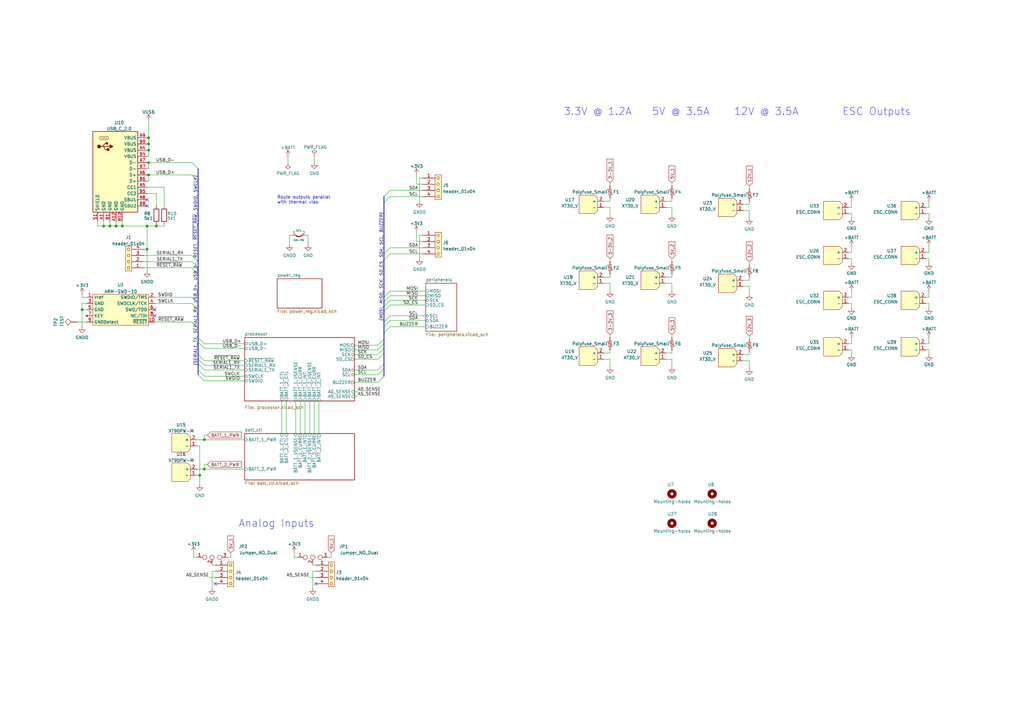
<source format=kicad_sch>
(kicad_sch (version 20230121) (generator eeschema)
  (paper "A3")
  (title_block (title "Onyx Unified Power Control Board") (date "2023-03-31") (rev "1.4") (company "Team Inspiration "))
  (lib_symbols
    (symbol "0.power-symbols:+3.3V" (power) (pin_names (offset 0))
      (property "Value" "+3.3V" (at 0 3.556 0))
      (symbol "+3.3V_1_1"
        (pin power_in line (at 0 0 90) (length 0) hide (name "+3V3") (number "1"))
      )
    )
    (symbol "0.power-symbols:+BATT" (power) (pin_names (offset 0))
      (property "Value" "+BATT" (at 0 3.556 0))
      (symbol "+BATT_1_1"
        (pin power_in line (at 0 0 90) (length 0) hide (name "+BATT") (number "1"))
      )
    )
    (symbol "0.power-symbols:GND" (power) (pin_names (offset 0))
      (property "Value" "GND" (at 0 -3.81 0))
      (symbol "GND_1_1"
        (pin power_in line (at 0 0 270) (length 0) hide (name "GND") (number "1"))
      )
    )
    (symbol "0.power-symbols:GNDD" (power) (pin_names (offset 0))
      (property "Value" "GNDD" (at 0 -3.81 0))
      (symbol "GNDD_1_1"
        (pin power_in line (at 0 0 270) (length 0) hide (name "GNDD") (number "1"))
      )
    )
    (symbol "0.power-symbols:PWR_FLAG" (power) (pin_numbers hide) (pin_names (offset 0) hide)
      (property "Value" "PWR_FLAG" (at 0 3.81 0))
      (symbol "PWR_FLAG_0_0"
        (pin power_out line (at 0 0 90) (length 0) (name "pwr") (number "1"))
      )
    )
    (symbol "0.power-symbols:VUSB" (power) (pin_names (offset 0))
      (property "Value" "VUSB" (at 0 3.556 0))
      (symbol "VUSB_1_1"
        (pin power_in line (at 0 0 90) (length 0) hide (name "VUSB") (number "1"))
      )
    )
    (symbol "0.power-symbols:net-tie" (pin_names (offset 1.016))
      (property "Reference" "NT" (at 0 0 0))
      (property "Value" "net-tie" (at 0 0 0))
      (symbol "net-tie_1_1"
        (pin passive line (at -2.54 -1.27 0) (length 1.2446) (name "~") (number "1"))
        (pin passive line (at 2.54 -1.27 180) (length 1.2446) (name "~") (number "2"))
      )
    )
    (symbol "2.passive:Jumper_NO_Dual" (pin_names (offset 0.762) hide)
      (property "Reference" "JP" (at 1.27 -2.54 0))
      (property "Value" "Jumper_NO_Dual" (at 0 2.54 0))
      (symbol "Jumper_NO_Dual_0_1"
        (pin passive line (at -6.35 0 0) (length 2.413) (name "1") (number "1"))
        (pin passive line (at 0 -2.54 90) (length 1.524) (name "2") (number "2"))
        (pin passive line (at 6.35 0 180) (length 2.413) (name "3") (number "3"))
      )
    )
    (symbol "2.passive:R" (pin_numbers hide) (pin_names (offset 0))
      (property "Reference" "R" (at 2.032 0 90))
      (property "Value" "R" (at 0 0 90))
      (symbol "R_1_1"
        (pin passive line (at 0 3.81 270) (length 1.27) (name "~") (number "1"))
        (pin passive line (at 0 -3.81 90) (length 1.27) (name "~") (number "2"))
      )
    )
    (symbol "4.power.circuitProtection:Polyfuse_Small" (pin_numbers hide) (pin_names (offset 0))
      (property "Reference" "F" (at -1.905 0 90))
      (property "Value" "Polyfuse_Small" (at 1.905 0 90))
      (symbol "Polyfuse_Small_1_1"
        (pin passive line (at 0 2.54 270) (length 0.635) (name "~") (number "1"))
        (pin passive line (at 0 -2.54 90) (length 0.635) (name "~") (number "2"))
      )
    )
    (symbol "5.connector.interconnect.usb_dvi_hdmi:ARM-SWD-10"
      (property "Reference" "U" (at -11.43 3.81 0))
      (property "Value" "ARM-SWD-10" (at -11.43 1.27 0))
      (symbol "ARM-SWD-10_1_1"
        (pin power_in line (at -13.97 -1.27 0) (length 2.54) (name "Vref") (number "1"))
        (pin open_collector line (at 13.97 -11.43 180) (length 2.54) (name "~{RESET}") (number "10"))
        (pin bidirectional line (at 13.97 -1.27 180) (length 2.54) (name "SWDIO/TMS") (number "2"))
        (pin power_in line (at -13.97 -3.81 0) (length 2.54) (name "GND") (number "3"))
        (pin output line (at 13.97 -3.81 180) (length 2.54) (name "SWDCLK/TCK") (number "4"))
        (pin passive line (at -13.97 -6.35 0) (length 2.54) (name "GND") (number "5"))
        (pin input line (at 13.97 -6.35 180) (length 2.54) (name "SWO/TDO") (number "6"))
        (pin no_connect line (at -13.97 -8.89 0) (length 2.54) (name "KEY") (number "7"))
        (pin output line (at 13.97 -8.89 180) (length 2.54) (name "NC/TDI") (number "8"))
        (pin passive line (at -13.97 -11.43 0) (length 2.54) (name "GNDDetect") (number "9"))
      )
    )
    (symbol "5.connector.interconnect.usb_dvi_hdmi:USB_C_2.0"
      (property "Reference" "U" (at 0 5.08 0))
      (property "Value" "USB_C_2.0" (at 0 2.54 0))
      (symbol "USB_C_2.0_1_1"
        (pin power_out line (at -6.35 -36.83 90) (length 3.81) (name "GND") (number "A1"))
        (pin passive line (at -1.27 -36.83 90) (length 3.81) (name "GND") (number "A12"))
        (pin passive line (at 11.43 -7.62 180) (length 3.81) (name "VBUS") (number "A4"))
        (pin passive line (at 11.43 -22.86 180) (length 3.81) (name "CC1") (number "A5"))
        (pin passive line (at 11.43 -17.78 180) (length 3.81) (name "D+") (number "A6"))
        (pin passive line (at 11.43 -12.7 180) (length 3.81) (name "D-") (number "A7"))
        (pin passive line (at 11.43 -27.94 180) (length 3.81) (name "SBU1") (number "A8"))
        (pin power_out line (at 11.43 -2.54 180) (length 3.81) (name "VBUS") (number "A9"))
        (pin passive line (at -3.81 -36.83 90) (length 3.81) (name "GND") (number "B1"))
        (pin passive line (at 1.27 -36.83 90) (length 3.81) (name "GND") (number "B12"))
        (pin passive line (at 11.43 -10.16 180) (length 3.81) (name "VBUS") (number "B4"))
        (pin passive line (at 11.43 -25.4 180) (length 3.81) (name "CC2") (number "B5"))
        (pin passive line (at 11.43 -20.32 180) (length 3.81) (name "D+") (number "B6"))
        (pin passive line (at 11.43 -15.24 180) (length 3.81) (name "D-") (number "B7"))
        (pin passive line (at 11.43 -30.48 180) (length 3.81) (name "SBU2") (number "B8"))
        (pin passive line (at 11.43 -5.08 180) (length 3.81) (name "VBUS") (number "B9"))
        (pin passive line (at -8.89 -36.83 90) (length 3.81) (name "SHIELD") (number "S1"))
      )
    )
    (symbol "5.connector.interconnect:Mounting-holes"
      (property "Reference" "U" (at 0 5.08 0))
      (property "Value" "Mounting-holes" (at 0 3.81 0))
      (symbol "Mounting-holes_1_1"
        (pin no_connect line (at 2.54 0 180) (length 2.54) hide (name "") (number "1"))
      )
    )
    (symbol "5.connector.interconnect:TEST" (pin_numbers hide) (pin_names (offset 1.016) hide)
      (property "Reference" "TP" (at 0 7.62 0))
      (property "Value" "TEST" (at 0 6.35 0))
      (symbol "TEST_1_1"
        (pin passive line (at 0 0 90) (length 2.54) (name "~") (number "1"))
      )
    )
    (symbol "5.connector.interconnect:header_01x04" (pin_names (offset 1.016))
      (property "Reference" "J" (at 0 6.35 0))
      (property "Value" "header_01x04" (at 0 -6.35 0))
      (symbol "header_01x04_1_1"
        (pin passive line (at -6.35 3.81 0) (length 5.08) (name "~") (number "1"))
        (pin passive line (at -6.35 1.27 0) (length 5.08) (name "~") (number "2"))
        (pin passive line (at -6.35 -1.27 0) (length 5.08) (name "~") (number "3"))
        (pin passive line (at -6.35 -3.81 0) (length 5.08) (name "~") (number "4"))
      )
    )
    (symbol "XT90PW-M_1"
      (property "Reference" "U" (at 0 3.81 0))
      (property "Value" "XT90PW-M_1" (at 0 1.27 0))
      (symbol "XT90PW-M_1_1_1"
        (pin passive line (at 3.81 -5.08 180) (length 2.54) (name "-") (number "1"))
        (pin passive line (at 3.81 -2.54 180) (length 2.54) (name "+") (number "2"))
      )
    )
    (symbol "XT90PW-M_2"
      (property "Reference" "U" (at 0 3.81 0))
      (property "Value" "XT90PW-M_2" (at 0 1.27 0))
      (symbol "XT90PW-M_2_1_1"
        (pin passive line (at 3.81 -5.08 180) (length 2.54) (name "-") (number "1"))
        (pin passive line (at 3.81 -2.54 180) (length 2.54) (name "+") (number "2"))
      )
    )
  )
  (junction (at 60.96 59.055))
  (junction (at 50.165 92.71))
  (junction (at 33.655 127))
  (junction (at 60.96 71.755))
  (junction (at 60.96 56.515))
  (junction (at 60.96 66.675))
  (junction (at 60.325 102.235))
  (junction (at 83.82 180.34))
  (junction (at 60.325 92.71))
  (junction (at 64.135 92.71))
  (junction (at 60.96 61.595))
  (junction (at 83.82 192.405))
  (junction (at 81.915 194.945))
  (junction (at 42.545 92.71))
  (junction (at 45.085 92.71))
  (junction (at 47.625 92.71))
  (no_connect (at 63.5 129.54))
  (no_connect (at 129.54 239.395))
  (no_connect (at 88.265 239.395))
  (no_connect (at 60.325 81.915))
  (no_connect (at 60.325 84.455))
  (no_connect (at 63.5 127))
  (bus_entry (at 160.02 80.645) (size -2.54 2.54))
  (bus_entry (at 160.02 119.38) (size -2.54 2.54))
  (bus_entry (at 160.02 123.19) (size -2.54 2.54))
  (bus_entry (at 78.74 109.855) (size 2.54 2.54))
  (bus_entry (at 154.94 153.67) (size 2.54 -2.54))
  (bus_entry (at 78.74 124.46) (size 2.54 2.54))
  (bus_entry (at 78.74 71.755) (size 2.54 2.54))
  (bus_entry (at 81.28 138.43) (size 2.54 2.54))
  (bus_entry (at 154.94 147.32) (size 2.54 -2.54))
  (bus_entry (at 78.74 121.92) (size 2.54 2.54))
  (bus_entry (at 160.02 131.445) (size -2.54 2.54))
  (bus_entry (at 78.74 104.775) (size 2.54 2.54))
  (bus_entry (at 160.02 101.6) (size -2.54 2.54))
  (bus_entry (at 154.94 143.51) (size 2.54 -2.54))
  (bus_entry (at 160.02 129.54) (size -2.54 2.54))
  (bus_entry (at 78.74 132.08) (size 2.54 2.54))
  (bus_entry (at 81.28 151.765) (size 2.54 2.54))
  (bus_entry (at 154.94 156.845) (size 2.54 -2.54))
  (bus_entry (at 81.28 153.67) (size 2.54 2.54))
  (bus_entry (at 160.02 121.285) (size -2.54 2.54))
  (bus_entry (at 160.02 78.105) (size -2.54 2.54))
  (bus_entry (at 154.94 145.415) (size 2.54 -2.54))
  (bus_entry (at 154.94 151.765) (size 2.54 -2.54))
  (bus_entry (at 81.28 147.32) (size 2.54 2.54))
  (bus_entry (at 81.28 140.335) (size 2.54 2.54))
  (bus_entry (at 160.02 125.095) (size -2.54 2.54))
  (bus_entry (at 81.28 145.415) (size 2.54 2.54))
  (bus_entry (at 78.74 107.315) (size 2.54 2.54))
  (bus_entry (at 154.94 141.605) (size 2.54 -2.54))
  (bus_entry (at 81.28 149.225) (size 2.54 2.54))
  (bus_entry (at 160.02 133.985) (size -2.54 2.54))
  (bus_entry (at 160.02 104.14) (size -2.54 2.54))
  (bus_entry (at 78.74 66.675) (size 2.54 2.54))
  (wire (pts (xy 172.085 73.025) (xy 172.085 82.55)))
  (wire (pts (xy 67.31 84.455) (xy 67.31 76.835)))
  (wire (pts (xy 128.27 231.14) (xy 128.27 231.775)))
  (wire (pts (xy 126.365 96.52) (xy 126.365 100.33)))
  (wire (pts (xy 381 126.365) (xy 381 124.46)))
  (wire (pts (xy 33.655 124.46) (xy 33.655 127)))
  (bus (pts (xy 81.28 149.225) (xy 81.28 151.765)))
  (wire (pts (xy 79.375 226.695) (xy 79.375 228.6)))
  (wire (pts (xy 60.325 71.755) (xy 60.96 71.755)))
  (wire (pts (xy 47.625 90.805) (xy 47.625 92.71)))
  (wire (pts (xy 115.57 164.465) (xy 115.57 177.8)))
  (wire (pts (xy 275.59 147.32) (xy 273.05 147.32)))
  (wire (pts (xy 347.98 143.51) (xy 349.25 143.51)))
  (wire (pts (xy 60.325 66.675) (xy 60.96 66.675)))
  (wire (pts (xy 60.96 64.135) (xy 60.96 61.595)))
  (wire (pts (xy 63.5 124.46) (xy 78.74 124.46)))
  (wire (pts (xy 60.96 59.055) (xy 60.96 61.595)))
  (wire (pts (xy 40.005 92.71) (xy 42.545 92.71)))
  (bus (pts (xy 157.48 104.14) (xy 157.48 106.68)))
  (wire (pts (xy 160.02 131.445) (xy 174.625 131.445)))
  (bus (pts (xy 81.28 109.855) (xy 81.28 112.395)))
  (wire (pts (xy 349.25 121.92) (xy 349.25 119.38)))
  (wire (pts (xy 307.34 82.55) (xy 307.34 83.82)))
  (wire (pts (xy 160.02 133.985) (xy 174.625 133.985)))
  (wire (pts (xy 45.085 92.71) (xy 47.625 92.71)))
  (wire (pts (xy 94.615 228.6) (xy 93.345 228.6)))
  (bus (pts (xy 81.28 127) (xy 81.28 134.62)))
  (wire (pts (xy 160.02 104.14) (xy 173.355 104.14)))
  (wire (pts (xy 170.815 75.565) (xy 173.355 75.565)))
  (wire (pts (xy 250.19 113.665) (xy 247.65 113.665)))
  (wire (pts (xy 60.325 64.135) (xy 60.96 64.135)))
  (wire (pts (xy 250.19 137.16) (xy 250.19 138.43)))
  (bus (pts (xy 157.48 142.875) (xy 157.48 144.78)))
  (wire (pts (xy 50.165 90.805) (xy 50.165 92.71)))
  (bus (pts (xy 157.48 136.525) (xy 157.48 139.065)))
  (bus (pts (xy 157.48 106.68) (xy 157.48 121.92)))
  (wire (pts (xy 42.545 90.805) (xy 42.545 92.71)))
  (wire (pts (xy 33.655 127) (xy 35.56 127)))
  (wire (pts (xy 349.25 107.95) (xy 349.25 106.045)))
  (wire (pts (xy 250.19 106.045) (xy 250.19 107.315)))
  (wire (pts (xy 381 107.95) (xy 381 106.045)))
  (wire (pts (xy 60.96 69.215) (xy 60.96 66.675)))
  (wire (pts (xy 170.815 99.06) (xy 173.355 99.06)))
  (wire (pts (xy 60.325 92.71) (xy 60.325 102.235)))
  (bus (pts (xy 157.48 83.185) (xy 157.48 104.14)))
  (wire (pts (xy 379.73 87.63) (xy 381 87.63)))
  (wire (pts (xy 170.815 71.755) (xy 170.815 75.565)))
  (wire (pts (xy 83.82 190.5) (xy 83.82 192.405)))
  (bus (pts (xy 157.48 151.13) (xy 157.48 154.305)))
  (wire (pts (xy 170.815 95.25) (xy 170.815 99.06)))
  (wire (pts (xy 250.19 147.32) (xy 250.19 150.495)))
  (wire (pts (xy 63.5 132.08) (xy 78.74 132.08)))
  (wire (pts (xy 250.19 116.205) (xy 250.19 119.38)))
  (wire (pts (xy 59.055 104.775) (xy 78.74 104.775)))
  (wire (pts (xy 381 121.92) (xy 381 119.38)))
  (wire (pts (xy 275.59 74.93) (xy 275.59 76.2)))
  (wire (pts (xy 250.19 112.395) (xy 250.19 113.665)))
  (wire (pts (xy 349.25 82.55) (xy 349.25 85.09)))
  (bus (pts (xy 81.28 138.43) (xy 81.28 140.335)))
  (wire (pts (xy 67.31 92.075) (xy 67.31 92.71)))
  (wire (pts (xy 83.82 154.305) (xy 100.33 154.305)))
  (wire (pts (xy 33.655 124.46) (xy 35.56 124.46)))
  (wire (pts (xy 128.27 231.775) (xy 129.54 231.775)))
  (wire (pts (xy 250.19 143.51) (xy 250.19 144.78)))
  (wire (pts (xy 379.73 121.92) (xy 381 121.92)))
  (wire (pts (xy 86.995 241.3) (xy 86.995 234.315)))
  (wire (pts (xy 304.8 145.415) (xy 307.34 145.415)))
  (wire (pts (xy 128.27 241.3) (xy 128.27 234.315)))
  (wire (pts (xy 128.27 234.315) (xy 129.54 234.315)))
  (wire (pts (xy 172.085 96.52) (xy 173.355 96.52)))
  (wire (pts (xy 160.02 125.095) (xy 174.625 125.095)))
  (wire (pts (xy 85.09 178.435) (xy 83.82 178.435)))
  (wire (pts (xy 349.25 140.97) (xy 347.98 140.97)))
  (wire (pts (xy 118.745 96.52) (xy 118.745 100.33)))
  (wire (pts (xy 307.34 107.315) (xy 307.34 108.585)))
  (wire (pts (xy 80.645 180.34) (xy 83.82 180.34)))
  (wire (pts (xy 275.59 116.205) (xy 273.05 116.205)))
  (wire (pts (xy 160.02 80.645) (xy 173.355 80.645)))
  (wire (pts (xy 381 143.51) (xy 381 145.415)))
  (wire (pts (xy 275.59 85.09) (xy 275.59 88.265)))
  (wire (pts (xy 121.285 164.465) (xy 121.285 177.8)))
  (wire (pts (xy 60.96 74.295) (xy 60.96 71.755)))
  (wire (pts (xy 86.995 234.315) (xy 88.265 234.315)))
  (wire (pts (xy 130.81 164.465) (xy 130.81 177.8)))
  (wire (pts (xy 381 89.535) (xy 381 87.63)))
  (bus (pts (xy 81.28 140.335) (xy 81.28 145.415)))
  (wire (pts (xy 60.325 56.515) (xy 60.96 56.515)))
  (wire (pts (xy 60.325 74.295) (xy 60.96 74.295)))
  (bus (pts (xy 81.28 112.395) (xy 81.28 124.46)))
  (wire (pts (xy 85.725 236.855) (xy 88.265 236.855)))
  (wire (pts (xy 60.96 61.595) (xy 60.325 61.595)))
  (wire (pts (xy 33.655 121.92) (xy 35.56 121.92)))
  (wire (pts (xy 307.34 144.145) (xy 307.34 145.415)))
  (wire (pts (xy 80.645 182.88) (xy 81.915 182.88)))
  (wire (pts (xy 349.25 126.365) (xy 349.25 124.46)))
  (wire (pts (xy 250.19 85.09) (xy 250.19 88.265)))
  (wire (pts (xy 347.98 121.92) (xy 349.25 121.92)))
  (wire (pts (xy 81.915 182.88) (xy 81.915 194.945)))
  (wire (pts (xy 307.34 117.475) (xy 307.34 120.65)))
  (wire (pts (xy 250.19 147.32) (xy 247.65 147.32)))
  (wire (pts (xy 83.82 147.955) (xy 100.33 147.955)))
  (wire (pts (xy 275.59 143.51) (xy 275.59 144.78)))
  (wire (pts (xy 379.73 106.045) (xy 381 106.045)))
  (wire (pts (xy 125.095 164.465) (xy 125.095 177.8)))
  (bus (pts (xy 81.28 151.765) (xy 81.28 153.67)))
  (wire (pts (xy 347.98 106.045) (xy 349.25 106.045)))
  (wire (pts (xy 250.19 82.55) (xy 247.65 82.55)))
  (wire (pts (xy 381 82.55) (xy 381 85.09)))
  (wire (pts (xy 63.5 121.92) (xy 78.74 121.92)))
  (wire (pts (xy 307.34 86.36) (xy 304.8 86.36)))
  (wire (pts (xy 64.135 79.375) (xy 60.325 79.375)))
  (wire (pts (xy 250.19 81.28) (xy 250.19 82.55)))
  (bus (pts (xy 157.48 133.985) (xy 157.48 132.08)))
  (wire (pts (xy 60.96 71.755) (xy 78.74 71.755)))
  (wire (pts (xy 250.19 74.93) (xy 250.19 76.2)))
  (wire (pts (xy 127 236.855) (xy 129.54 236.855)))
  (wire (pts (xy 83.82 180.34) (xy 100.33 180.34)))
  (wire (pts (xy 275.59 144.78) (xy 273.05 144.78)))
  (wire (pts (xy 135.89 228.6) (xy 134.62 228.6)))
  (bus (pts (xy 81.28 145.415) (xy 81.28 147.32)))
  (wire (pts (xy 83.82 151.765) (xy 100.33 151.765)))
  (bus (pts (xy 81.28 74.295) (xy 81.28 107.315)))
  (wire (pts (xy 250.19 85.09) (xy 247.65 85.09)))
  (wire (pts (xy 145.415 156.845) (xy 154.94 156.845)))
  (wire (pts (xy 307.34 137.795) (xy 307.34 139.065)))
  (wire (pts (xy 60.325 59.055) (xy 60.96 59.055)))
  (wire (pts (xy 60.96 56.515) (xy 60.96 59.055)))
  (bus (pts (xy 157.48 140.97) (xy 157.48 142.875)))
  (wire (pts (xy 81.915 194.945) (xy 81.915 198.755)))
  (wire (pts (xy 60.325 69.215) (xy 60.96 69.215)))
  (wire (pts (xy 123.19 164.465) (xy 123.19 177.8)))
  (wire (pts (xy 349.25 138.43) (xy 349.25 140.97)))
  (wire (pts (xy 125.095 96.52) (xy 126.365 96.52)))
  (wire (pts (xy 307.34 86.36) (xy 307.34 89.535)))
  (bus (pts (xy 81.28 107.315) (xy 81.28 109.855)))
  (wire (pts (xy 59.055 107.315) (xy 78.74 107.315)))
  (wire (pts (xy 33.655 120.65) (xy 33.655 121.92)))
  (wire (pts (xy 275.59 85.09) (xy 273.05 85.09)))
  (wire (pts (xy 83.82 156.21) (xy 100.33 156.21)))
  (wire (pts (xy 145.415 147.32) (xy 154.94 147.32)))
  (wire (pts (xy 307.34 113.665) (xy 307.34 114.935)))
  (wire (pts (xy 120.015 96.52) (xy 118.745 96.52)))
  (wire (pts (xy 160.02 129.54) (xy 174.625 129.54)))
  (wire (pts (xy 40.005 90.805) (xy 40.005 92.71)))
  (wire (pts (xy 59.055 102.235) (xy 60.325 102.235)))
  (wire (pts (xy 118.11 64.135) (xy 118.11 66.675)))
  (wire (pts (xy 79.375 228.6) (xy 80.645 228.6)))
  (bus (pts (xy 157.48 139.065) (xy 157.48 140.97)))
  (wire (pts (xy 83.82 192.405) (xy 100.33 192.405)))
  (wire (pts (xy 64.135 84.455) (xy 64.135 79.375)))
  (wire (pts (xy 381 138.43) (xy 381 140.97)))
  (wire (pts (xy 47.625 92.71) (xy 50.165 92.71)))
  (wire (pts (xy 307.34 76.2) (xy 307.34 77.47)))
  (wire (pts (xy 145.415 143.51) (xy 154.94 143.51)))
  (wire (pts (xy 379.73 124.46) (xy 381 124.46)))
  (wire (pts (xy 83.82 178.435) (xy 83.82 180.34)))
  (wire (pts (xy 86.995 231.775) (xy 88.265 231.775)))
  (wire (pts (xy 83.82 149.86) (xy 100.33 149.86)))
  (wire (pts (xy 60.325 102.235) (xy 60.325 111.125)))
  (wire (pts (xy 349.25 103.505) (xy 347.98 103.505)))
  (wire (pts (xy 83.82 142.875) (xy 100.33 142.875)))
  (wire (pts (xy 349.25 143.51) (xy 349.25 145.415)))
  (wire (pts (xy 45.085 90.805) (xy 45.085 92.71)))
  (wire (pts (xy 275.59 116.205) (xy 275.59 119.38)))
  (wire (pts (xy 307.34 114.935) (xy 304.8 114.935)))
  (wire (pts (xy 94.615 226.695) (xy 94.615 228.6)))
  (wire (pts (xy 381 103.505) (xy 379.73 103.505)))
  (wire (pts (xy 160.02 119.38) (xy 174.625 119.38)))
  (wire (pts (xy 128.905 64.135) (xy 128.905 66.675)))
  (wire (pts (xy 145.415 145.415) (xy 154.94 145.415)))
  (bus (pts (xy 81.28 124.46) (xy 81.28 127)))
  (wire (pts (xy 275.59 147.32) (xy 275.59 150.495)))
  (wire (pts (xy 275.59 113.665) (xy 273.05 113.665)))
  (wire (pts (xy 349.25 100.965) (xy 349.25 103.505)))
  (wire (pts (xy 120.65 226.695) (xy 120.65 228.6)))
  (wire (pts (xy 31.75 132.08) (xy 35.56 132.08)))
  (bus (pts (xy 157.48 127.635) (xy 157.48 125.73)))
  (wire (pts (xy 381 85.09) (xy 379.73 85.09)))
  (wire (pts (xy 117.475 164.465) (xy 117.475 177.8)))
  (bus (pts (xy 157.48 80.645) (xy 157.48 83.185)))
  (wire (pts (xy 145.415 160.655) (xy 146.685 160.655)))
  (wire (pts (xy 145.415 162.56) (xy 146.685 162.56)))
  (wire (pts (xy 275.59 82.55) (xy 273.05 82.55)))
  (wire (pts (xy 381 100.965) (xy 381 103.505)))
  (wire (pts (xy 172.085 73.025) (xy 173.355 73.025)))
  (wire (pts (xy 60.325 92.71) (xy 64.135 92.71)))
  (wire (pts (xy 379.73 143.51) (xy 381 143.51)))
  (wire (pts (xy 145.415 153.67) (xy 154.94 153.67)))
  (wire (pts (xy 160.02 123.19) (xy 174.625 123.19)))
  (wire (pts (xy 120.65 228.6) (xy 121.92 228.6)))
  (wire (pts (xy 42.545 92.71) (xy 45.085 92.71)))
  (wire (pts (xy 172.085 96.52) (xy 172.085 106.045)))
  (wire (pts (xy 347.98 87.63) (xy 349.25 87.63)))
  (wire (pts (xy 160.02 78.105) (xy 173.355 78.105)))
  (wire (pts (xy 80.645 192.405) (xy 83.82 192.405)))
  (wire (pts (xy 135.89 226.695) (xy 135.89 228.6)))
  (bus (pts (xy 157.48 125.73) (xy 157.48 123.825)))
  (wire (pts (xy 307.34 147.955) (xy 307.34 151.13)))
  (bus (pts (xy 157.48 144.78) (xy 157.48 149.225)))
  (wire (pts (xy 145.415 141.605) (xy 154.94 141.605)))
  (wire (pts (xy 307.34 147.955) (xy 304.8 147.955)))
  (wire (pts (xy 250.19 116.205) (xy 247.65 116.205)))
  (bus (pts (xy 157.48 149.225) (xy 157.48 151.13)))
  (bus (pts (xy 81.28 147.32) (xy 81.28 149.225)))
  (wire (pts (xy 250.19 144.78) (xy 247.65 144.78)))
  (bus (pts (xy 157.48 133.985) (xy 157.48 136.525)))
  (wire (pts (xy 80.645 194.945) (xy 81.915 194.945)))
  (wire (pts (xy 59.055 109.855) (xy 78.74 109.855)))
  (bus (pts (xy 81.28 134.62) (xy 81.28 138.43)))
  (wire (pts (xy 349.25 89.535) (xy 349.25 87.63)))
  (wire (pts (xy 67.31 76.835) (xy 60.325 76.835)))
  (wire (pts (xy 160.02 121.285) (xy 174.625 121.285)))
  (wire (pts (xy 67.31 92.71) (xy 64.135 92.71)))
  (wire (pts (xy 50.165 92.71) (xy 60.325 92.71)))
  (bus (pts (xy 157.48 127.635) (xy 157.48 132.08)))
  (wire (pts (xy 127 164.465) (xy 127 177.8)))
  (bus (pts (xy 157.48 123.825) (xy 157.48 121.92)))
  (wire (pts (xy 275.59 106.045) (xy 275.59 107.315)))
  (wire (pts (xy 381 140.97) (xy 379.73 140.97)))
  (wire (pts (xy 85.09 190.5) (xy 83.82 190.5)))
  (bus (pts (xy 81.28 69.215) (xy 81.28 74.295)))
  (wire (pts (xy 60.96 66.675) (xy 78.74 66.675)))
  (wire (pts (xy 349.25 85.09) (xy 347.98 85.09)))
  (wire (pts (xy 64.135 92.075) (xy 64.135 92.71)))
  (wire (pts (xy 307.34 117.475) (xy 304.8 117.475)))
  (wire (pts (xy 160.02 101.6) (xy 173.355 101.6)))
  (wire (pts (xy 60.96 49.53) (xy 60.96 56.515)))
  (wire (pts (xy 275.59 137.16) (xy 275.59 138.43)))
  (wire (pts (xy 83.82 140.97) (xy 100.33 140.97)))
  (wire (pts (xy 86.995 231.14) (xy 86.995 231.775)))
  (wire (pts (xy 307.34 83.82) (xy 304.8 83.82)))
  (wire (pts (xy 275.59 81.28) (xy 275.59 82.55)))
  (wire (pts (xy 145.415 151.765) (xy 154.94 151.765)))
  (wire (pts (xy 33.655 127) (xy 33.655 133.985)))
  (wire (pts (xy 128.905 164.465) (xy 128.905 177.8)))
  (wire (pts (xy 347.98 124.46) (xy 349.25 124.46)))
  (wire (pts (xy 275.59 112.395) (xy 275.59 113.665)))
  (text "12V @ 3.5A" (at 300.99 47.625 0) (effects (font (size 3 3)) (justify left bottom)))
  (text "Analog Inputs" (at 97.79 216.535 0) (effects (font (size 3 3)) (justify left bottom)))
  (text "Route outputs parallel\nwith thermal vias" (at 113.665 83.82 0) (effects (font (size 1.27 1.27)) (justify left bottom)))
  (text "3.3V @ 1.2A" (at 231.14 47.625 0) (effects (font (size 3 3)) (justify left bottom)))
  (text "5V @ 3.5A" (at 267.335 47.625 0) (effects (font (size 3 3)) (justify left bottom)))
  (text "ESC Outputs\n" (at 345.44 47.625 0) (effects (font (size 3 3)) (justify left bottom)))
  (label "SDA" (at 171.45 131.445 180))
  (label "SWCLK" (at 64.77 124.46 0))
  (label "USB_D+" (at 71.755 71.755 180))
  (label "SCL" (at 171.45 80.645 180))
  (label "SCK" (at 146.685 145.415 0))
  (label "A0_SENSE" (at 146.685 160.655 0))
  (label "SDA" (at 146.685 151.765 0))
  (label "MISO" (at 171.45 121.285 180))
  (label "SCL" (at 171.45 129.54 180))
  (label "SCL" (at 146.685 153.67 0))
  (label "BUZZER" (at 146.685 156.845 0))
  (label "A5_SENSE" (at 146.685 162.56 0))
  (label "SD_CS" (at 171.45 125.095 180))
  (label "~{RESET_RAW}" (at 98.425 147.955 180))
  (label "A5_SENSE" (at 127 236.855 180))
  (label "BUZZER" (at 171.45 133.985 180))
  (label "USB_D+" (at 99.06 140.97 180))
  (label "{MOSI, MISO, SCK, SD_CS, SDA, SCL, BUZZER}" (at 157.48 86.995 270) (effects (font italic)))
  (label "SWCLK" (at 98.425 154.305 180))
  (label "MISO" (at 146.685 143.51 0))
  (label "MOSI" (at 171.45 119.38 180))
  (label "SWDIO" (at 98.425 156.21 180))
  (label "SDA" (at 171.45 78.105 180))
  (label "SCK" (at 171.45 123.19 180))
  (label "{SERIAL1_TX, SERIAL1_RX, USB_D+, USB_D-, RESET, ~{RESET_RAW}, SWDIO, SWCLK}" (at 81.28 71.755 270) (effects (font italic)))
  (label "SERIAL1_TX" (at 64.135 107.315 0))
  (label "~{RESET_RAW}" (at 64.135 109.855 0))
  (label "SERIAL1_TX" (at 98.425 151.765 180))
  (label "USB_D-" (at 99.06 142.875 180))
  (label "SERIAL1_RX" (at 64.135 104.775 0))
  (label "SDA" (at 171.45 101.6 180))
  (label "SCL" (at 171.45 104.14 180))
  (label "MOSI" (at 146.685 141.605 0))
  (label "A0_SENSE" (at 85.725 236.855 180))
  (label "SWDIO" (at 64.77 121.92 0))
  (label "SERIAL1_RX" (at 98.425 149.86 180))
  (label "SD_CS" (at 146.685 147.32 0))
  (label "USB_D-" (at 71.755 66.675 180))
  (label "~{RESET_RAW}" (at 64.77 132.08 0))
  (global_label "12V_1" (shape input) (at 307.34 76.2 90) (property "Intersheetrefs" "${INTERSHEET_REFS}" (effects hide)))
  (global_label "3-3V_3" (shape input) (at 250.19 137.16 90) (property "Intersheetrefs" "${INTERSHEET_REFS}" (effects hide)))
  (global_label "BATT_2_PWR" (shape input) (at 85.09 190.5 0) (property "Intersheetrefs" "${INTERSHEET_REFS}" (effects hide)))
  (global_label "3-3V_2" (shape input) (at 250.19 106.045 90) (property "Intersheetrefs" "${INTERSHEET_REFS}" (effects hide)))
  (global_label "5V_1" (shape input) (at 275.59 74.93 90) (property "Intersheetrefs" "${INTERSHEET_REFS}" (effects hide)))
  (global_label "5V_2" (shape input) (at 275.59 106.045 90) (property "Intersheetrefs" "${INTERSHEET_REFS}" (effects hide)))
  (global_label "12V_2" (shape input) (at 307.34 107.315 90) (property "Intersheetrefs" "${INTERSHEET_REFS}" (effects hide)))
  (global_label "12V_3" (shape input) (at 307.34 137.795 90) (property "Intersheetrefs" "${INTERSHEET_REFS}" (effects hide)))
  (global_label "5V_1" (shape input) (at 135.89 226.695 90) (property "Intersheetrefs" "${INTERSHEET_REFS}" (effects hide)))
  (global_label "3-3V_1" (shape input) (at 250.19 74.93 90) (property "Intersheetrefs" "${INTERSHEET_REFS}" (effects hide)))
  (global_label "5V_1" (shape input) (at 94.615 226.695 90) (property "Intersheetrefs" "${INTERSHEET_REFS}" (effects hide)))
  (global_label "5V_3" (shape input) (at 275.59 137.16 90) (property "Intersheetrefs" "${INTERSHEET_REFS}" (effects hide)))
  (global_label "BATT_1_PWR" (shape input) (at 85.09 178.435 0) (property "Intersheetrefs" "${INTERSHEET_REFS}" (effects hide)))
  (symbol (lib_id "0.power-symbols:+BATT") (at 118.11 64.135 0) (unit 1)
    (property "Reference" "#PWR022" (effects hide))
    (property "Value" "+BATT" (at 118.11 60.5592 0))
  )
  (symbol (lib_id "5.connector.interconnect:header_01x04") (at 179.705 100.33 0) (unit 1)
    (property "Reference" "J6" (at 181.61 99.4953 0) (effects (justify left)))
    (property "Value" "header_01x04" (at 181.61 102.0322 0) (effects (justify left)))
    (property "Footprint" "5_Connectors_misc:Stemma_QT_2" (effects hide))
    (property "PN" "5,4" (effects hide))
  )
  (symbol (lib_id "4.power.circuitProtection:Polyfuse_Small") (at 275.59 78.74 180) (unit 1)
    (property "Reference" "F4" (at 278.13 78.74 0))
    (property "Value" "Polyfuse_Small" (at 267.335 78.74 0))
    (property "Footprint" "2_Passives_Resistors_SMD_IPC:R_2012_805_A" (effects hide))
    (property "Datasheet" "https://www.digikey.com/en/products/detail/littelfuse-inc/0805L400SLWR/12807026" (effects hide))
    (property "PN" "5,10" (effects hide))
  )
  (symbol (lib_id "5.connector.interconnect:Mounting-holes") (at 292.1 214.63 0) (unit 1)
    (property "Reference" "U28" (at 290.195 210.82 0) (effects (justify left)))
    (property "Value" "Mounting-holes" (at 284.48 217.805 0) (effects (justify left)))
    (property "Footprint" "0_misc:plated_hole_3.0x3.6mm" (effects hide))
  )
  (symbol (lib_id "0.power-symbols:+BATT") (at 381 82.55 0) (unit 1)
    (property "Reference" "#PWR073" (effects hide))
    (property "Value" "+BATT" (at 381 79.0481 0))
  )
  (symbol (lib_id "0.power-symbols:GNDD") (at 33.655 133.985 0) (mirror y) (unit 1)
    (property "Reference" "#PWR02" (effects hide))
    (property "Value" "GNDD" (at 33.655 138.4284 0))
  )
  (symbol (lib_id "4.power.circuitProtection:Polyfuse_Small") (at 250.19 109.855 180) (unit 1)
    (property "Reference" "F2" (at 252.73 109.855 0))
    (property "Value" "Polyfuse_Small" (at 241.935 109.855 0))
    (property "Footprint" "2_Passives_Resistors_SMD_IPC:R_2012_805_A" (effects hide))
    (property "Datasheet" "https://www.digikey.com/en/products/detail/littelfuse-inc/0805L400SLWR/12807026" (effects hide))
    (property "PN" "5,10" (effects hide))
  )
  (symbol (lib_id "0.power-symbols:GNDD") (at 118.745 100.33 0) (unit 1)
    (property "Reference" "#PWR07" (effects hide))
    (property "Value" "GNDD" (at 118.745 104.7734 0))
  )
  (symbol (lib_id "4.power.circuitProtection:Polyfuse_Small") (at 250.19 78.74 180) (unit 1)
    (property "Reference" "F1" (at 252.73 78.74 0))
    (property "Value" "Polyfuse_Small" (at 241.935 78.74 0))
    (property "Footprint" "2_Passives_Resistors_SMD_IPC:R_2012_805_A" (effects hide))
    (property "Datasheet" "https://www.digikey.com/en/products/detail/littelfuse-inc/0805L400SLWR/12807026" (effects hide))
    (property "PN" "5,10" (effects hide))
  )
  (symbol (lib_id "5.connector.interconnect:header_01x04") (at 179.705 76.835 0) (unit 1)
    (property "Reference" "J5" (at 181.61 76.0003 0) (effects (justify left)))
    (property "Value" "header_01x04" (at 181.61 78.5372 0) (effects (justify left)))
    (property "Footprint" "5_Connectors_misc:Stemma_QT_2" (effects hide))
    (property "PN" "5,4" (effects hide))
  )
  (symbol (lib_name "XT90PW-M_1") (lib_id "5.connector.interconnect:XT90PW-M") (at 243.84 142.24 0) (unit 1)
    (property "Reference" "U19" (at 233.68 144.145 0))
    (property "Value" "XT30_V" (at 233.68 146.6819 0))
    (property "Footprint" "5_Connectors_AMASS:AMASS_XT30U-F_1x02_P5.0mm_Vertical" (effects hide))
    (property "PN" "N/A" (effects hide))
  )
  (symbol (lib_id "0.power-symbols:+BATT") (at 349.25 119.38 0) (unit 1)
    (property "Reference" "#PWR044" (effects hide))
    (property "Value" "+BATT" (at 349.25 115.8781 0))
  )
  (symbol (lib_id "5.connector.interconnect.usb_dvi_hdmi:USB_C_2.0") (at 48.895 53.975 0) (unit 1)
    (property "Reference" "U10" (at 48.895 50.2752 0))
    (property "Value" "USB_C_2.0" (at 48.895 52.8121 0))
    (property "Footprint" "5_Connectors_misc:USB_C_XKB_U262-16XN-4BVC11" (effects hide))
    (property "Datasheet" "https://www.cuidevices.com/product/resource/uj31-ch-3-smt-tr.pdf" (effects hide))
    (property "PN" "5,9" (effects hide))
  )
  (symbol (lib_id "4.power.circuitProtection:Polyfuse_Small") (at 307.34 111.125 180) (unit 1)
    (property "Reference" "F8" (at 309.88 111.125 0))
    (property "Value" "Polyfuse_Small" (at 299.085 111.125 0))
    (property "Footprint" "2_Passives_Resistors_SMD_IPC:R_2012_805_A" (effects hide))
    (property "Datasheet" "https://www.digikey.com/en/products/detail/littelfuse-inc/0805L400SLWR/12807026" (effects hide))
    (property "PN" "5,10" (effects hide))
  )
  (symbol (lib_id "0.power-symbols:GND") (at 349.25 89.535 0) (unit 1)
    (property "Reference" "#PWR070" (effects hide))
    (property "Value" "GND" (at 349.25 93.6705 0))
  )
  (symbol (lib_name "XT90PW-M_1") (lib_id "5.connector.interconnect:XT90PW-M") (at 243.84 111.125 0) (unit 1)
    (property "Reference" "U18" (at 233.045 113.6681 0))
    (property "Value" "XT30_V" (at 233.045 116.205 0))
    (property "Footprint" "5_Connectors_AMASS:AMASS_XT30U-F_1x02_P5.0mm_Vertical" (effects hide))
    (property "PN" "N/A" (effects hide))
  )
  (symbol (lib_name "XT90PW-M_1") (lib_id "5.connector.interconnect:XT90PW-M") (at 269.24 111.125 0) (unit 1)
    (property "Reference" "U21" (at 258.445 113.6681 0))
    (property "Value" "XT30_V" (at 258.445 116.205 0))
    (property "Footprint" "5_Connectors_AMASS:AMASS_XT30U-F_1x02_P5.0mm_Vertical" (effects hide))
    (property "PN" "N/A" (effects hide))
  )
  (symbol (lib_id "4.power.circuitProtection:Polyfuse_Small") (at 275.59 109.855 180) (unit 1)
    (property "Reference" "F5" (at 278.13 109.855 0))
    (property "Value" "Polyfuse_Small" (at 267.335 109.855 0))
    (property "Footprint" "2_Passives_Resistors_SMD_IPC:R_2012_805_A" (effects hide))
    (property "Datasheet" "https://www.digikey.com/en/products/detail/littelfuse-inc/0805L400SLWR/12807026" (effects hide))
    (property "PN" "5,10" (effects hide))
  )
  (symbol (lib_id "0.power-symbols:GND") (at 381 107.95 0) (unit 1)
    (property "Reference" "#PWR076" (effects hide))
    (property "Value" "GND" (at 381 112.0855 0))
  )
  (symbol (lib_id "0.power-symbols:GND") (at 275.59 150.495 0) (unit 1)
    (property "Reference" "#PWR0119" (effects hide))
    (property "Value" "GND" (at 275.59 154.9384 0))
  )
  (symbol (lib_name "XT90PW-M_2") (lib_id "5.connector.interconnect:XT90PW-M") (at 76.835 177.8 0) (unit 1)
    (property "Reference" "U15" (at 74.295 174.2272 0))
    (property "Value" "XT90PW-M" (at 74.295 176.7641 0))
    (property "Footprint" "5_Connectors_AMASS:AMASS_XT90PW-M_Horizontal" (effects hide))
    (property "PN" "5,2" (effects hide))
  )
  (symbol (lib_id "0.power-symbols:GND") (at 128.905 66.675 0) (unit 1)
    (property "Reference" "#PWR0163" (effects hide))
    (property "Value" "GND" (at 128.905 71.1184 0))
  )
  (symbol (lib_id "0.power-symbols:+BATT") (at 349.25 138.43 0) (unit 1)
    (property "Reference" "#PWR071" (effects hide))
    (property "Value" "+BATT" (at 349.25 134.9281 0))
  )
  (symbol (lib_id "4.power.circuitProtection:Polyfuse_Small") (at 307.34 80.01 180) (unit 1)
    (property "Reference" "F7" (at 309.88 80.01 0))
    (property "Value" "Polyfuse_Small" (at 299.085 80.01 0))
    (property "Footprint" "2_Passives_Resistors_SMD_IPC:R_2012_805_A" (effects hide))
    (property "Datasheet" "https://www.digikey.com/en/products/detail/littelfuse-inc/0805L400SLWR/12807026" (effects hide))
    (property "PN" "5,10" (effects hide))
  )
  (symbol (lib_id "0.power-symbols:GND") (at 275.59 88.265 0) (unit 1)
    (property "Reference" "#PWR0123" (effects hide))
    (property "Value" "GND" (at 275.59 92.7084 0))
  )
  (symbol (lib_id "0.power-symbols:GND") (at 250.19 119.38 0) (unit 1)
    (property "Reference" "#PWR0113" (effects hide))
    (property "Value" "GND" (at 250.19 123.8234 0))
  )
  (symbol (lib_id "0.power-symbols:+BATT") (at 381 100.965 0) (unit 1)
    (property "Reference" "#PWR075" (effects hide))
    (property "Value" "+BATT" (at 381 97.4631 0))
  )
  (symbol (lib_name "XT90PW-M_1") (lib_id "5.connector.interconnect:XT90PW-M") (at 300.99 142.875 0) (unit 1)
    (property "Reference" "U25" (at 290.195 144.7831 0))
    (property "Value" "XT30_V" (at 290.195 147.32 0))
    (property "Footprint" "5_Connectors_AMASS:AMASS_XT30U-F_1x02_P5.0mm_Vertical" (effects hide))
    (property "PN" "N/A" (effects hide))
  )
  (symbol (lib_id "0.power-symbols:VUSB") (at 60.96 49.53 0) (unit 1)
    (property "Reference" "#PWR0101" (effects hide))
    (property "Value" "VUSB" (at 60.96 45.9542 0))
  )
  (symbol (lib_id "0.power-symbols:GND") (at 381 89.535 0) (unit 1)
    (property "Reference" "#PWR074" (effects hide))
    (property "Value" "GND" (at 381 93.6705 0))
  )
  (symbol (lib_id "0.power-symbols:GNDD") (at 60.325 111.125 0) (mirror y) (unit 1)
    (property "Reference" "#PWR03" (effects hide))
    (property "Value" "GNDD" (at 60.325 115.5684 0))
  )
  (symbol (lib_id "5.connector.interconnect:header_01x04") (at 52.705 106.045 180) (unit 1)
    (property "Reference" "J1" (at 52.705 97.3922 0))
    (property "Value" "header_01x04" (at 52.705 99.9291 0))
    (property "Footprint" "5_Connectors_misc:Stemma_QT_V" (effects hide))
  )
  (symbol (lib_name "XT90PW-M_1") (lib_id "5.connector.interconnect:XT90PW-M") (at 344.17 82.55 0) (unit 1)
    (property "Reference" "U33" (at 334.01 84.455 0))
    (property "Value" "ESC_CONN" (at 331.47 86.995 0))
    (property "Footprint" "5_Connectors_misc:5x3.5x2mm_smd_pad" (effects hide))
    (property "PN" "N/A" (effects hide))
  )
  (symbol (lib_id "5.connector.interconnect:Mounting-holes") (at 275.59 202.565 0) (unit 1)
    (property "Reference" "U7" (at 273.685 198.755 0) (effects (justify left)))
    (property "Value" "Mounting-holes" (at 267.97 205.74 0) (effects (justify left)))
    (property "Footprint" "0_misc:plated_hole_3.0x3.6mm" (effects hide))
  )
  (symbol (lib_id "0.power-symbols:GNDD") (at 128.27 241.3 0) (unit 1)
    (property "Reference" "#PWR0106" (effects hide))
    (property "Value" "GNDD" (at 128.27 245.7434 0))
  )
  (symbol (lib_name "XT90PW-M_1") (lib_id "5.connector.interconnect:XT90PW-M") (at 300.99 112.395 0) (unit 1)
    (property "Reference" "U24" (at 290.195 114.3031 0))
    (property "Value" "XT30_V" (at 290.195 116.84 0))
    (property "Footprint" "5_Connectors_AMASS:AMASS_XT30U-F_1x02_P5.0mm_Vertical" (effects hide))
    (property "PN" "N/A" (effects hide))
  )
  (symbol (lib_id "0.power-symbols:GNDD") (at 172.085 106.045 0) (mirror y) (unit 1)
    (property "Reference" "#PWR012" (effects hide))
    (property "Value" "GNDD" (at 172.085 110.4884 0))
  )
  (symbol (lib_id "0.power-symbols:+BATT") (at 349.25 82.55 0) (unit 1)
    (property "Reference" "#PWR069" (effects hide))
    (property "Value" "+BATT" (at 349.25 79.0481 0))
  )
  (symbol (lib_name "XT90PW-M_1") (lib_id "5.connector.interconnect:XT90PW-M") (at 344.17 138.43 0) (unit 1)
    (property "Reference" "U35" (at 334.01 140.335 0))
    (property "Value" "ESC_CONN" (at 331.47 142.875 0))
    (property "Footprint" "5_Connectors_misc:5x3.5x2mm_smd_pad" (effects hide))
    (property "PN" "N/A" (effects hide))
  )
  (symbol (lib_id "0.power-symbols:GND") (at 250.19 150.495 0) (unit 1)
    (property "Reference" "#PWR0134" (effects hide))
    (property "Value" "GND" (at 250.19 154.9384 0))
  )
  (symbol (lib_name "XT90PW-M_1") (lib_id "5.connector.interconnect:XT90PW-M") (at 375.92 119.38 0) (unit 1)
    (property "Reference" "U38" (at 365.76 121.285 0))
    (property "Value" "ESC_CONN" (at 363.22 123.825 0))
    (property "Footprint" "5_Connectors_misc:5x3.5x2mm_smd_pad" (effects hide))
    (property "PN" "N/A" (effects hide))
  )
  (symbol (lib_name "XT90PW-M_1") (lib_id "5.connector.interconnect:XT90PW-M") (at 344.17 100.965 0) (unit 1)
    (property "Reference" "U26" (at 334.01 102.87 0))
    (property "Value" "ESC_CONN" (at 331.47 105.41 0))
    (property "Footprint" "5_Connectors_misc:5x3.5x2mm_smd_pad" (effects hide))
    (property "PN" "N/A" (effects hide))
  )
  (symbol (lib_id "4.power.circuitProtection:Polyfuse_Small") (at 275.59 140.97 180) (unit 1)
    (property "Reference" "F6" (at 278.13 140.97 0))
    (property "Value" "Polyfuse_Small" (at 267.335 140.97 0))
    (property "Footprint" "2_Passives_Resistors_SMD_IPC:R_2012_805_A" (effects hide))
    (property "Datasheet" "https://www.digikey.com/en/products/detail/littelfuse-inc/0805L400SLWR/12807026" (effects hide))
    (property "PN" "5,10" (effects hide))
  )
  (symbol (lib_id "0.power-symbols:+3.3V") (at 33.655 120.65 0) (unit 1)
    (property "Reference" "#PWR01" (effects hide))
    (property "Value" "+3.3V" (at 33.655 117.0455 0))
  )
  (symbol (lib_id "2.passive:Jumper_NO_Dual") (at 86.995 228.6 0) (unit 1)
    (property "Reference" "JP2" (at 99.695 224.155 0))
    (property "Value" "Jumper_NO_Dual" (at 106.045 226.695 0))
    (property "Footprint" "0_misc:SolderJumper-3_P1.3mm_Open_RoundedPad1.0x1.5mm_NumberLabels" (effects hide))
  )
  (symbol (lib_name "XT90PW-M_1") (lib_id "5.connector.interconnect:XT90PW-M") (at 375.92 138.43 0) (unit 1)
    (property "Reference" "U39" (at 365.76 140.335 0))
    (property "Value" "ESC_CONN" (at 363.22 142.875 0))
    (property "Footprint" "5_Connectors_misc:5x3.5x2mm_smd_pad" (effects hide))
    (property "PN" "N/A" (effects hide))
  )
  (symbol (lib_name "XT90PW-M_1") (lib_id "5.connector.interconnect:XT90PW-M") (at 243.84 80.01 0) (unit 1)
    (property "Reference" "U17" (at 233.68 81.915 0))
    (property "Value" "XT30_V" (at 233.68 84.455 0))
    (property "Footprint" "5_Connectors_AMASS:AMASS_XT30U-F_1x02_P5.0mm_Vertical" (effects hide))
    (property "PN" "N/A" (effects hide))
  )
  (symbol (lib_id "5.connector.interconnect:header_01x04") (at 94.615 235.585 0) (unit 1)
    (property "Reference" "J4" (at 96.52 234.7503 0) (effects (justify left)))
    (property "Value" "header_01x04" (at 96.52 237.2872 0) (effects (justify left)))
    (property "Footprint" "5_Connectors_misc:Stemma_QT_2" (effects hide))
    (property "PN" "5,4" (effects hide))
  )
  (symbol (lib_id "0.power-symbols:GND") (at 307.34 89.535 0) (unit 1)
    (property "Reference" "#PWR0124" (effects hide))
    (property "Value" "GND" (at 307.34 93.9784 0))
  )
  (symbol (lib_name "XT90PW-M_2") (lib_id "5.connector.interconnect:XT90PW-M") (at 76.835 189.865 0) (unit 1)
    (property "Reference" "U16" (at 74.295 186.2922 0))
    (property "Value" "XT90PW-M" (at 74.295 188.8291 0))
    (property "Footprint" "5_Connectors_AMASS:AMASS_XT90PW-M_Horizontal" (effects hide))
    (property "PN" "5,2" (effects hide))
  )
  (symbol (lib_id "2.passive:Jumper_NO_Dual") (at 128.27 228.6 0) (unit 1)
    (property "Reference" "JP1" (at 140.97 224.155 0))
    (property "Value" "Jumper_NO_Dual" (at 147.32 226.695 0))
    (property "Footprint" "0_misc:SolderJumper-3_P1.3mm_Open_RoundedPad1.0x1.5mm_NumberLabels" (effects hide))
  )
  (symbol (lib_id "0.power-symbols:+3.3V") (at 170.815 71.755 0) (unit 1)
    (property "Reference" "#PWR09" (effects hide))
    (property "Value" "+3.3V" (at 170.815 68.1792 0))
  )
  (symbol (lib_id "0.power-symbols:GND") (at 81.915 198.755 0) (unit 1)
    (property "Reference" "#PWR06" (effects hide))
    (property "Value" "GND" (at 81.915 203.1984 0))
  )
  (symbol (lib_name "XT90PW-M_1") (lib_id "5.connector.interconnect:XT90PW-M") (at 344.17 119.38 0) (unit 1)
    (property "Reference" "U32" (at 334.01 121.285 0))
    (property "Value" "ESC_CONN" (at 331.47 123.825 0))
    (property "Footprint" "5_Connectors_misc:5x3.5x2mm_smd_pad" (effects hide))
    (property "PN" "N/A" (effects hide))
  )
  (symbol (lib_id "0.power-symbols:+3.3V") (at 120.65 226.695 0) (unit 1)
    (property "Reference" "#PWR0129" (effects hide))
    (property "Value" "+3.3V" (at 120.65 223.1192 0))
  )
  (symbol (lib_id "0.power-symbols:GND") (at 349.25 145.415 0) (unit 1)
    (property "Reference" "#PWR072" (effects hide))
    (property "Value" "GND" (at 349.25 149.5505 0))
  )
  (symbol (lib_id "4.power.circuitProtection:Polyfuse_Small") (at 250.19 140.97 180) (unit 1)
    (property "Reference" "F3" (at 252.73 140.97 0))
    (property "Value" "Polyfuse_Small" (at 241.935 140.97 0))
    (property "Footprint" "2_Passives_Resistors_SMD_IPC:R_2012_805_A" (effects hide))
    (property "Datasheet" "https://www.digikey.com/en/products/detail/littelfuse-inc/0805L400SLWR/12807026" (effects hide))
    (property "PN" "5,10" (effects hide))
  )
  (symbol (lib_id "0.power-symbols:net-tie") (at 122.555 95.25 0) (unit 1)
    (property "Reference" "NT1" (at 122.555 94.615 0) (effects (font (size 0.7874 0.7874))))
    (property "Value" "net-tie" (at 122.555 98.425 0) (effects (font (size 0.7874 0.7874))))
    (property "Footprint" "0_NetTie:NetTie-2_SMD_Pad2.0mm" (effects hide))
  )
  (symbol (lib_id "0.power-symbols:GND") (at 126.365 100.33 0) (unit 1)
    (property "Reference" "#PWR08" (effects hide))
    (property "Value" "GND" (at 126.365 104.7734 0))
  )
  (symbol (lib_id "0.power-symbols:GND") (at 307.34 120.65 0) (unit 1)
    (property "Reference" "#PWR0133" (effects hide))
    (property "Value" "GND" (at 307.34 125.0934 0))
  )
  (symbol (lib_id "4.power.circuitProtection:Polyfuse_Small") (at 307.34 141.605 180) (unit 1)
    (property "Reference" "F9" (at 309.88 141.605 0))
    (property "Value" "Polyfuse_Small" (at 299.085 141.605 0))
    (property "Footprint" "2_Passives_Resistors_SMD_IPC:R_2012_805_A" (effects hide))
    (property "Datasheet" "https://www.digikey.com/en/products/detail/littelfuse-inc/0805L400SLWR/12807026" (effects hide))
    (property "PN" "5,10" (effects hide))
  )
  (symbol (lib_id "0.power-symbols:+3.3V") (at 170.815 95.25 0) (unit 1)
    (property "Reference" "#PWR010" (effects hide))
    (property "Value" "+3.3V" (at 170.815 91.6742 0))
  )
  (symbol (lib_name "XT90PW-M_1") (lib_id "5.connector.interconnect:XT90PW-M") (at 269.24 142.24 0) (unit 1)
    (property "Reference" "U22" (at 259.08 144.145 0))
    (property "Value" "XT30_V" (at 259.08 146.6819 0))
    (property "Footprint" "5_Connectors_AMASS:AMASS_XT30U-F_1x02_P5.0mm_Vertical" (effects hide))
    (property "PN" "N/A" (effects hide))
  )
  (symbol (lib_id "5.connector.interconnect:Mounting-holes") (at 275.59 214.63 0) (unit 1)
    (property "Reference" "U27" (at 273.685 210.82 0) (effects (justify left)))
    (property "Value" "Mounting-holes" (at 267.97 217.805 0) (effects (justify left)))
    (property "Footprint" "0_misc:plated_hole_3.0x3.6mm" (effects hide))
  )
  (symbol (lib_id "0.power-symbols:GND") (at 307.34 151.13 0) (unit 1)
    (property "Reference" "#PWR0132" (effects hide))
    (property "Value" "GND" (at 307.34 155.5734 0))
  )
  (symbol (lib_id "0.power-symbols:PWR_FLAG") (at 128.905 64.135 0) (unit 1)
    (property "Reference" "#FLG0110" (effects hide))
    (property "Value" "PWR_FLAG" (at 124.46 60.325 0) (effects (justify left)))
  )
  (symbol (lib_id "5.connector.interconnect:TEST") (at 31.75 132.08 90) (unit 1)
    (property "Reference" "TP2" (at 22.86 133.985 0) (effects (justify left)))
    (property "Value" "TEST" (at 25.3969 133.985 0) (effects (justify left)))
    (property "Footprint" "0_misc:test_point_2mm_square" (effects hide))
  )
  (symbol (lib_id "0.power-symbols:PWR_FLAG") (at 118.11 66.675 180) (unit 1)
    (property "Reference" "#FLG04" (effects hide))
    (property "Value" "PWR_FLAG" (at 118.11 71.1184 0))
  )
  (symbol (lib_id "0.power-symbols:GND") (at 381 145.415 0) (unit 1)
    (property "Reference" "#PWR082" (effects hide))
    (property "Value" "GND" (at 381 149.5505 0))
  )
  (symbol (lib_name "XT90PW-M_1") (lib_id "5.connector.interconnect:XT90PW-M") (at 375.92 100.965 0) (unit 1)
    (property "Reference" "U37" (at 365.76 102.87 0))
    (property "Value" "ESC_CONN" (at 363.22 105.41 0))
    (property "Footprint" "5_Connectors_misc:5x3.5x2mm_smd_pad" (effects hide))
    (property "PN" "N/A" (effects hide))
  )
  (symbol (lib_id "2.passive:R") (at 64.135 88.265 180) (unit 1)
    (property "Reference" "R8" (at 59.055 87.63 0) (effects (justify right)))
    (property "Value" "5k1" (at 59.055 89.535 0) (effects (justify right)))
    (property "Footprint" "2_Passives_Resistors_SMD_IPC:R_1608_603_B" (effects hide))
    (property "PN" "1,12" (effects hide))
  )
  (symbol (lib_id "0.power-symbols:+BATT") (at 381 138.43 0) (unit 1)
    (property "Reference" "#PWR081" (effects hide))
    (property "Value" "+BATT" (at 381 134.9281 0))
  )
  (symbol (lib_id "0.power-symbols:GND") (at 275.59 119.38 0) (unit 1)
    (property "Reference" "#PWR0120" (effects hide))
    (property "Value" "GND" (at 275.59 123.8234 0))
  )
  (symbol (lib_id "0.power-symbols:GND") (at 250.19 88.265 0) (unit 1)
    (property "Reference" "#PWR0111" (effects hide))
    (property "Value" "GND" (at 250.19 92.7084 0))
  )
  (symbol (lib_id "0.power-symbols:+BATT") (at 381 119.38 0) (unit 1)
    (property "Reference" "#PWR079" (effects hide))
    (property "Value" "+BATT" (at 381 115.8781 0))
  )
  (symbol (lib_id "0.power-symbols:GNDD") (at 86.995 241.3 0) (unit 1)
    (property "Reference" "#PWR0104" (effects hide))
    (property "Value" "GNDD" (at 86.995 245.7434 0))
  )
  (symbol (lib_id "5.connector.interconnect:header_01x04") (at 135.89 235.585 0) (unit 1)
    (property "Reference" "J3" (at 137.795 234.7503 0) (effects (justify left)))
    (property "Value" "header_01x04" (at 137.795 237.2872 0) (effects (justify left)))
    (property "Footprint" "5_Connectors_misc:Stemma_QT_2" (effects hide))
    (property "PN" "5,4" (effects hide))
  )
  (symbol (lib_id "0.power-symbols:GND") (at 381 126.365 0) (unit 1)
    (property "Reference" "#PWR080" (effects hide))
    (property "Value" "GND" (at 381 130.5005 0))
  )
  (symbol (lib_name "XT90PW-M_1") (lib_id "5.connector.interconnect:XT90PW-M") (at 300.99 81.28 0) (unit 1)
    (property "Reference" "U23" (at 290.195 83.1881 0))
    (property "Value" "XT30_V" (at 290.195 85.725 0))
    (property "Footprint" "5_Connectors_AMASS:AMASS_XT30U-F_1x02_P5.0mm_Vertical" (effects hide))
    (property "PN" "N/A" (effects hide))
  )
  (symbol (lib_id "0.power-symbols:GND") (at 349.25 107.95 0) (unit 1)
    (property "Reference" "#PWR065" (effects hide))
    (property "Value" "GND" (at 349.25 112.0855 0))
  )
  (symbol (lib_id "0.power-symbols:+BATT") (at 349.25 100.965 0) (unit 1)
    (property "Reference" "#PWR061" (effects hide))
    (property "Value" "+BATT" (at 349.25 97.4631 0))
  )
  (symbol (lib_name "XT90PW-M_1") (lib_id "5.connector.interconnect:XT90PW-M") (at 375.92 82.55 0) (unit 1)
    (property "Reference" "U36" (at 365.76 84.455 0))
    (property "Value" "ESC_CONN" (at 363.22 86.995 0))
    (property "Footprint" "5_Connectors_misc:5x3.5x2mm_smd_pad" (effects hide))
    (property "PN" "N/A" (effects hide))
  )
  (symbol (lib_id "0.power-symbols:+3.3V") (at 79.375 226.695 0) (unit 1)
    (property "Reference" "#PWR0105" (effects hide))
    (property "Value" "+3.3V" (at 79.375 223.1192 0))
  )
  (symbol (lib_id "2.passive:R") (at 67.31 88.265 0) (unit 1)
    (property "Reference" "R10" (at 68.58 87.63 0) (effects (justify left)))
    (property "Value" "5k1" (at 68.58 89.535 0) (effects (justify left)))
    (property "Footprint" "2_Passives_Resistors_SMD_IPC:R_1608_603_B" (effects hide))
    (property "PN" "1,12" (effects hide))
  )
  (symbol (lib_id "0.power-symbols:GNDD") (at 172.085 82.55 0) (mirror y) (unit 1)
    (property "Reference" "#PWR011" (effects hide))
    (property "Value" "GNDD" (at 172.085 86.9934 0))
  )
  (symbol (lib_id "5.connector.interconnect:Mounting-holes") (at 292.1 202.565 0) (unit 1)
    (property "Reference" "U8" (at 290.195 198.755 0) (effects (justify left)))
    (property "Value" "Mounting-holes" (at 284.48 205.74 0) (effects (justify left)))
    (property "Footprint" "0_misc:plated_hole_3.0x3.6mm" (effects hide))
  )
  (symbol (lib_id "0.power-symbols:GND") (at 349.25 126.365 0) (unit 1)
    (property "Reference" "#PWR057" (effects hide))
    (property "Value" "GND" (at 349.25 130.5005 0))
  )
  (symbol (lib_id "5.connector.interconnect.usb_dvi_hdmi:ARM-SWD-10") (at 49.53 120.65 0) (unit 1)
    (property "Reference" "U1" (at 49.53 116.8105 0))
    (property "Value" "ARM-SWD-10" (at 49.53 119.5856 0))
    (property "Footprint" "5_Connectors_misc:ARM-SWD-10" (effects hide))
    (property "Datasheet" "http://suddendocs.samtec.com/catalog_english/ftsh_smt.pdf" (effects hide))
    (property "Link" "https://www.digikey.com/en/products/detail/samtec-inc/FTSH-105-01-L-DV-K/1875039" (effects hide))
    (property "PN" "5,5" (effects hide))
  )
  (symbol (lib_name "XT90PW-M_1") (lib_id "5.connector.interconnect:XT90PW-M") (at 269.24 80.01 0) (unit 1)
    (property "Reference" "U20" (at 258.445 81.9181 0))
    (property "Value" "XT30_V" (at 258.445 84.455 0))
    (property "Footprint" "5_Connectors_AMASS:AMASS_XT30U-F_1x02_P5.0mm_Vertical" (effects hide))
    (property "PN" "N/A" (effects hide))
  )
  (sheet (at 100.33 177.8) (size 45.085 19.05) (stroke (width 0.1524))
    (property "Sheetname" "batt_ctl" (at 100.33 177.0884 0) (effects (justify left bottom)))
    (property "Sheetfile" "batt_ctl.kicad_sch" (at 100.33 197.4346 0) (effects (justify left top)))
    (pin "BATT_1_PWR" input (at 100.33 180.34 180))
    (pin "BATT_2_PWR" input (at 100.33 192.405 180))
    (pin "BATT_2_VSENSE" input (at 127 177.8 90))
    (pin "BATT_1_VSENSE" input (at 121.285 177.8 90))
    (pin "BATT_1_CURR" output (at 123.19 177.8 90))
    (pin "BATT_1_CTL" input (at 115.57 177.8 90))
    (pin "BATT_2_CTL" input (at 117.475 177.8 90))
    (pin "BATT_2_CURR" output (at 128.905 177.8 90))
    (pin "BATT_2_INT" output (at 130.81 177.8 90))
    (pin "BATT_1_INT" output (at 125.095 177.8 90))
  )
  (sheet (at 113.665 114.3) (size 18.415 12.065) (stroke (width 0.1524))
    (property "Sheetname" "power_reg" (at 113.665 113.5884 0) (effects (justify left bottom)))
    (property "Sheetfile" "power_reg.kicad_sch" (at 113.665 126.9496 0) (effects (justify left top)))
  )
  (sheet (at 100.33 138.43) (size 45.085 26.035) (stroke (width 0.1524))
    (property "Sheetname" "processor" (at 100.33 137.7184 0) (effects (justify left bottom)))
    (property "Sheetfile" "processor.kicad_sch" (at 100.33 166.37 0) (effects (justify left top)))
    (pin "BATT_2_CTL" output (at 117.475 164.465 270))
    (pin "BATT_1_CTL" output (at 115.57 164.465 270))
    (pin "USB_D-" bidirectional (at 100.33 142.875 180))
    (pin "SWDIO" bidirectional (at 100.33 156.21 180))
    (pin "USB_D+" bidirectional (at 100.33 140.97 180))
    (pin "SWCLK" bidirectional (at 100.33 154.305 180))
    (pin "SERIAL1_RX" input (at 100.33 149.86 180))
    (pin "SERIAL1_TX" input (at 100.33 151.765 180))
    (pin "BATT_1_VSENSE" input (at 121.285 164.465 270))
    (pin "BATT_1_CURR" input (at 123.19 164.465 270))
    (pin "BATT_2_VSENSE" input (at 127 164.465 270))
    (pin "BATT_2_CURR" input (at 128.905 164.465 270))
    (pin "MISO" input (at 145.415 143.51 0))
    (pin "SDA" bidirectional (at 145.415 151.765 0))
    (pin "SCL" bidirectional (at 145.415 153.67 0))
    (pin "MOSI" output (at 145.415 141.605 0))
    (pin "SCK" bidirectional (at 145.415 145.415 0))
    (pin "SD_CS" output (at 145.415 147.32 0))
    (pin "BUZZER" output (at 145.415 156.845 0))
    (pin "~{RESET_RAW}" input (at 100.33 147.955 180))
    (pin "A5_SENSE" input (at 145.415 162.56 0))
    (pin "A0_SENSE" input (at 145.415 160.655 0))
    (pin "BATT_1_INT" input (at 125.095 164.465 270))
    (pin "BATT_2_INT" input (at 130.81 164.465 270))
  )
  (sheet (at 174.625 116.205) (size 12.7 19.685) (stroke (width 0.1524))
    (property "Sheetname" "peripherals" (at 174.625 115.4934 0) (effects (justify left bottom)))
    (property "Sheetfile" "peripherals.kicad_sch" (at 174.625 136.4746 0) (effects (justify left top)))
    (pin "SDA" bidirectional (at 174.625 131.445 180))
    (pin "SCL" bidirectional (at 174.625 129.54 180))
    (pin "SCK" bidirectional (at 174.625 123.19 180))
    (pin "SD_CS" input (at 174.625 125.095 180))
    (pin "MOSI" input (at 174.625 119.38 180))
    (pin "MISO" output (at 174.625 121.285 180))
    (pin "BUZZER" input (at 174.625 133.985 180))
  )
)
</source>
